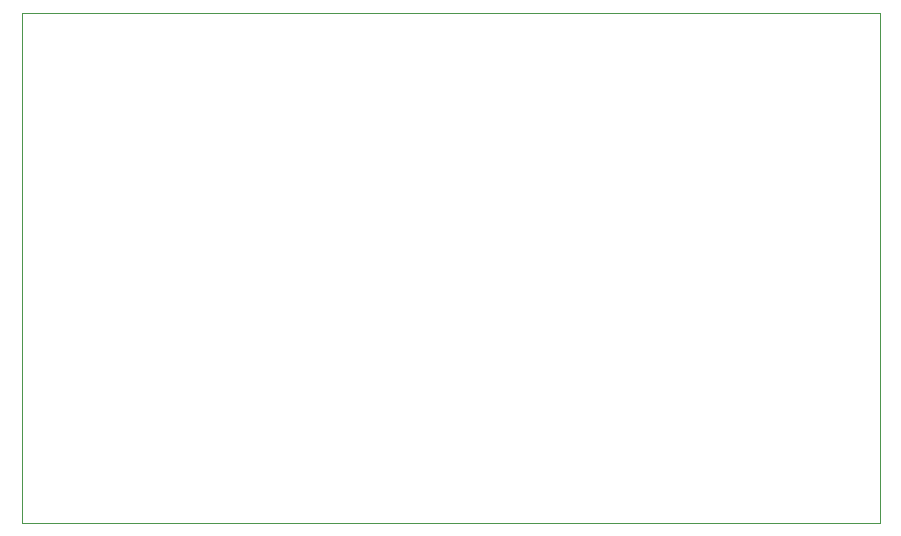
<source format=gbr>
G04 #@! TF.GenerationSoftware,KiCad,Pcbnew,5.1.5+dfsg1-2build2*
G04 #@! TF.CreationDate,2020-11-09T15:48:52+03:00*
G04 #@! TF.ProjectId,ip175,69703137-352e-46b6-9963-61645f706362,rev?*
G04 #@! TF.SameCoordinates,Original*
G04 #@! TF.FileFunction,Profile,NP*
%FSLAX46Y46*%
G04 Gerber Fmt 4.6, Leading zero omitted, Abs format (unit mm)*
G04 Created by KiCad (PCBNEW 5.1.5+dfsg1-2build2) date 2020-11-09 15:48:52*
%MOMM*%
%LPD*%
G04 APERTURE LIST*
%ADD10C,0.050000*%
G04 APERTURE END LIST*
D10*
X130556000Y-109220000D02*
X130556000Y-66040000D01*
X203200000Y-109220000D02*
X130556000Y-109220000D01*
X203200000Y-66040000D02*
X203200000Y-109220000D01*
X130556000Y-66040000D02*
X203200000Y-66040000D01*
M02*

</source>
